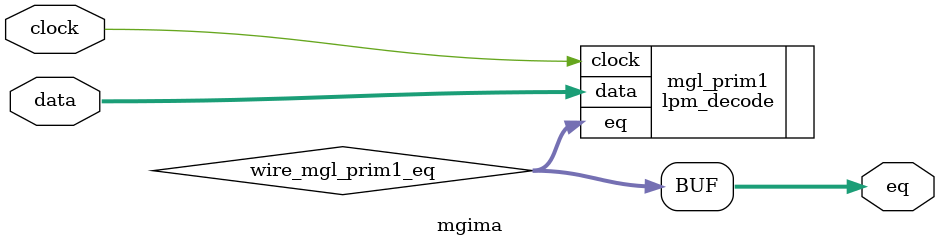
<source format=v>






//synthesis_resources = lpm_decode 1 
//synopsys translate_off
`timescale 1 ps / 1 ps
//synopsys translate_on
module  mgima
	( 
	clock,
	data,
	eq) /* synthesis synthesis_clearbox=1 */;
	input   clock;
	input   [3:0]  data;
	output   [15:0]  eq;

	wire  [15:0]   wire_mgl_prim1_eq;

	lpm_decode   mgl_prim1
	( 
	.clock(clock),
	.data(data),
	.eq(wire_mgl_prim1_eq));
	defparam
		mgl_prim1.lpm_decodes = 16,
		mgl_prim1.lpm_pipeline = 1,
		mgl_prim1.lpm_type = "LPM_DECODE",
		mgl_prim1.lpm_width = 4;
	assign
		eq = wire_mgl_prim1_eq;
endmodule //mgima
//VALID FILE

</source>
